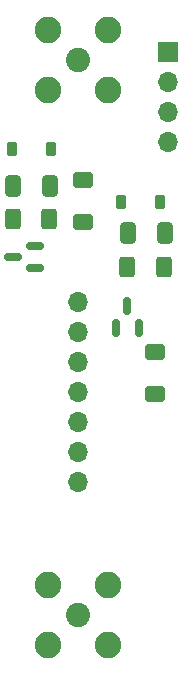
<source format=gbr>
%TF.GenerationSoftware,KiCad,Pcbnew,7.0.5*%
%TF.CreationDate,2023-06-23T15:01:08-05:00*%
%TF.ProjectId,Single.Channel.Amp,53696e67-6c65-42e4-9368-616e6e656c2e,rev?*%
%TF.SameCoordinates,Original*%
%TF.FileFunction,Soldermask,Bot*%
%TF.FilePolarity,Negative*%
%FSLAX46Y46*%
G04 Gerber Fmt 4.6, Leading zero omitted, Abs format (unit mm)*
G04 Created by KiCad (PCBNEW 7.0.5) date 2023-06-23 15:01:08*
%MOMM*%
%LPD*%
G01*
G04 APERTURE LIST*
G04 Aperture macros list*
%AMRoundRect*
0 Rectangle with rounded corners*
0 $1 Rounding radius*
0 $2 $3 $4 $5 $6 $7 $8 $9 X,Y pos of 4 corners*
0 Add a 4 corners polygon primitive as box body*
4,1,4,$2,$3,$4,$5,$6,$7,$8,$9,$2,$3,0*
0 Add four circle primitives for the rounded corners*
1,1,$1+$1,$2,$3*
1,1,$1+$1,$4,$5*
1,1,$1+$1,$6,$7*
1,1,$1+$1,$8,$9*
0 Add four rect primitives between the rounded corners*
20,1,$1+$1,$2,$3,$4,$5,0*
20,1,$1+$1,$4,$5,$6,$7,0*
20,1,$1+$1,$6,$7,$8,$9,0*
20,1,$1+$1,$8,$9,$2,$3,0*%
G04 Aperture macros list end*
%ADD10R,1.700000X1.700000*%
%ADD11O,1.700000X1.700000*%
%ADD12C,2.050000*%
%ADD13C,2.250000*%
%ADD14RoundRect,0.150000X0.150000X-0.587500X0.150000X0.587500X-0.150000X0.587500X-0.150000X-0.587500X0*%
%ADD15RoundRect,0.225000X-0.225000X-0.375000X0.225000X-0.375000X0.225000X0.375000X-0.225000X0.375000X0*%
%ADD16RoundRect,0.250000X0.600000X-0.400000X0.600000X0.400000X-0.600000X0.400000X-0.600000X-0.400000X0*%
%ADD17RoundRect,0.150000X0.587500X0.150000X-0.587500X0.150000X-0.587500X-0.150000X0.587500X-0.150000X0*%
%ADD18RoundRect,0.250000X-0.400000X-0.625000X0.400000X-0.625000X0.400000X0.625000X-0.400000X0.625000X0*%
%ADD19RoundRect,0.225000X0.225000X0.375000X-0.225000X0.375000X-0.225000X-0.375000X0.225000X-0.375000X0*%
%ADD20RoundRect,0.250000X0.412500X0.650000X-0.412500X0.650000X-0.412500X-0.650000X0.412500X-0.650000X0*%
G04 APERTURE END LIST*
D10*
%TO.C,J3*%
X72620000Y-19370000D03*
D11*
X72620000Y-21910000D03*
X72620000Y-24450000D03*
X72620000Y-26990000D03*
%TD*%
D12*
%TO.C,J4*%
X65000000Y-67000000D03*
D13*
X62460000Y-64460000D03*
X62460000Y-69540000D03*
X67540000Y-64460000D03*
X67540000Y-69540000D03*
%TD*%
D12*
%TO.C,J5*%
X65000000Y-20000000D03*
D13*
X62460000Y-17460000D03*
X62460000Y-22540000D03*
X67540000Y-17460000D03*
X67540000Y-22540000D03*
%TD*%
D11*
%TO.C,J2*%
X65000000Y-40540000D03*
X65000000Y-43080000D03*
X65000000Y-45620000D03*
X65000000Y-48160000D03*
X65000000Y-50700000D03*
X65000000Y-53240000D03*
X65000000Y-55780000D03*
%TD*%
D14*
%TO.C,Q2*%
X70130000Y-42750000D03*
X68230000Y-42750000D03*
X69180000Y-40875000D03*
%TD*%
D15*
%TO.C,D1*%
X59450000Y-27595000D03*
X62750000Y-27595000D03*
%TD*%
D16*
%TO.C,D3*%
X65395000Y-33725000D03*
X65395000Y-30225000D03*
%TD*%
D17*
%TO.C,Q1*%
X61382500Y-35745000D03*
X61382500Y-37645000D03*
X59507500Y-36695000D03*
%TD*%
D18*
%TO.C,R2*%
X69175000Y-37605000D03*
X72275000Y-37605000D03*
%TD*%
%TO.C,R1*%
X59480000Y-33470000D03*
X62580000Y-33470000D03*
%TD*%
D16*
%TO.C,D4*%
X71505000Y-48300000D03*
X71505000Y-44800000D03*
%TD*%
D19*
%TO.C,D2*%
X71945000Y-32030000D03*
X68645000Y-32030000D03*
%TD*%
D20*
%TO.C,C1*%
X62610000Y-30675000D03*
X59485000Y-30675000D03*
%TD*%
%TO.C,C2*%
X72390000Y-34710000D03*
X69265000Y-34710000D03*
%TD*%
M02*

</source>
